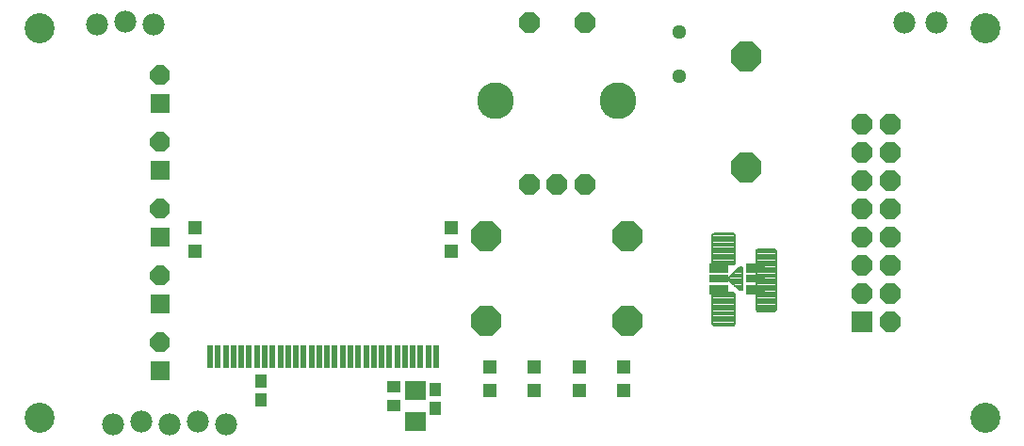
<source format=gts>
G75*
G70*
%OFA0B0*%
%FSLAX24Y24*%
%IPPOS*%
%LPD*%
%AMOC8*
5,1,8,0,0,1.08239X$1,22.5*
%
%ADD10C,0.1064*%
%ADD11C,0.0080*%
%ADD12R,0.0197X0.0827*%
%ADD13R,0.0512X0.0512*%
%ADD14R,0.0473X0.0434*%
%ADD15R,0.0749X0.0670*%
%ADD16R,0.0434X0.0473*%
%ADD17R,0.0709X0.0335*%
%ADD18R,0.0709X0.0295*%
%ADD19OC8,0.1040*%
%ADD20OC8,0.0740*%
%ADD21C,0.1300*%
%ADD22OC8,0.0700*%
%ADD23R,0.0700X0.0700*%
%ADD24C,0.0780*%
%ADD25R,0.0740X0.0740*%
%ADD26C,0.0512*%
D10*
X008827Y006622D03*
X008827Y020401D03*
X042292Y020401D03*
X042292Y006622D03*
D11*
X034893Y010437D02*
X034843Y010387D01*
X034243Y010387D01*
X034193Y010437D01*
X034193Y010987D01*
X034193Y012087D01*
X034193Y012537D01*
X034243Y012587D01*
X034843Y012587D01*
X034893Y012537D01*
X034893Y010437D01*
X034881Y010426D02*
X034204Y010426D01*
X034193Y010504D02*
X034893Y010504D01*
X034893Y010583D02*
X034193Y010583D01*
X034193Y010661D02*
X034893Y010661D01*
X034893Y010740D02*
X034193Y010740D01*
X034193Y010818D02*
X034893Y010818D01*
X034893Y010897D02*
X034193Y010897D01*
X034193Y010975D02*
X034893Y010975D01*
X034893Y011054D02*
X034193Y011054D01*
X034193Y011132D02*
X034893Y011132D01*
X034893Y011211D02*
X034193Y011211D01*
X034193Y011289D02*
X034893Y011289D01*
X034893Y011368D02*
X034193Y011368D01*
X034193Y011446D02*
X034893Y011446D01*
X034893Y011525D02*
X034193Y011525D01*
X034193Y011603D02*
X034893Y011603D01*
X034893Y011682D02*
X034193Y011682D01*
X034193Y011760D02*
X034893Y011760D01*
X034893Y011839D02*
X034193Y011839D01*
X034193Y011917D02*
X034893Y011917D01*
X034893Y011996D02*
X034193Y011996D01*
X034193Y012074D02*
X034893Y012074D01*
X034893Y012153D02*
X034193Y012153D01*
X034193Y012231D02*
X034893Y012231D01*
X034893Y012310D02*
X034193Y012310D01*
X034193Y012388D02*
X034893Y012388D01*
X034893Y012467D02*
X034193Y012467D01*
X034201Y012545D02*
X034885Y012545D01*
X033693Y011937D02*
X033693Y011137D01*
X033593Y011137D01*
X033243Y011487D01*
X033193Y011487D01*
X033193Y011587D01*
X033243Y011587D01*
X033593Y011937D01*
X033693Y011937D01*
X033693Y011917D02*
X033573Y011917D01*
X033494Y011839D02*
X033693Y011839D01*
X033693Y011760D02*
X033416Y011760D01*
X033337Y011682D02*
X033693Y011682D01*
X033693Y011603D02*
X033259Y011603D01*
X033193Y011525D02*
X033693Y011525D01*
X033693Y011446D02*
X033284Y011446D01*
X033362Y011368D02*
X033693Y011368D01*
X033693Y011289D02*
X033441Y011289D01*
X033519Y011211D02*
X033693Y011211D01*
X033443Y010987D02*
X033393Y011037D01*
X032643Y011037D01*
X032643Y010987D01*
X032643Y009937D01*
X032693Y009887D01*
X033393Y009887D01*
X033443Y009937D01*
X033443Y010987D01*
X033443Y010975D02*
X032643Y010975D01*
X032643Y010897D02*
X033443Y010897D01*
X033443Y010818D02*
X032643Y010818D01*
X032643Y010740D02*
X033443Y010740D01*
X033443Y010661D02*
X032643Y010661D01*
X032643Y010583D02*
X033443Y010583D01*
X033443Y010504D02*
X032643Y010504D01*
X032643Y010426D02*
X033443Y010426D01*
X033443Y010347D02*
X032643Y010347D01*
X032643Y010269D02*
X033443Y010269D01*
X033443Y010190D02*
X032643Y010190D01*
X032643Y010112D02*
X033443Y010112D01*
X033443Y010033D02*
X032643Y010033D01*
X032643Y009955D02*
X033443Y009955D01*
X033393Y012037D02*
X032693Y012037D01*
X032643Y012087D01*
X032643Y013087D01*
X032693Y013137D01*
X033393Y013137D01*
X033443Y013087D01*
X033443Y012087D01*
X033393Y012037D01*
X033430Y012074D02*
X032656Y012074D01*
X032643Y012153D02*
X033443Y012153D01*
X033443Y012231D02*
X032643Y012231D01*
X032643Y012310D02*
X033443Y012310D01*
X033443Y012388D02*
X032643Y012388D01*
X032643Y012467D02*
X033443Y012467D01*
X033443Y012545D02*
X032643Y012545D01*
X032643Y012624D02*
X033443Y012624D01*
X033443Y012702D02*
X032643Y012702D01*
X032643Y012781D02*
X033443Y012781D01*
X033443Y012859D02*
X032643Y012859D01*
X032643Y012938D02*
X033443Y012938D01*
X033443Y013016D02*
X032643Y013016D01*
X032650Y013095D02*
X033435Y013095D01*
D12*
X022862Y008787D03*
X022587Y008787D03*
X022311Y008787D03*
X022036Y008787D03*
X021760Y008787D03*
X021485Y008787D03*
X021209Y008787D03*
X020933Y008787D03*
X020658Y008787D03*
X020382Y008787D03*
X020107Y008787D03*
X019831Y008787D03*
X019555Y008787D03*
X019280Y008787D03*
X019004Y008787D03*
X018729Y008787D03*
X018453Y008787D03*
X018177Y008787D03*
X017902Y008787D03*
X017626Y008787D03*
X017351Y008787D03*
X017075Y008787D03*
X016799Y008787D03*
X016524Y008787D03*
X016248Y008787D03*
X015973Y008787D03*
X015697Y008787D03*
X015422Y008787D03*
X015146Y008787D03*
X014870Y008787D03*
D13*
X014339Y012507D03*
X014339Y013334D03*
X023394Y013334D03*
X023394Y012507D03*
X024772Y008413D03*
X024772Y007586D03*
X026347Y007586D03*
X026347Y008413D03*
X027922Y008413D03*
X027922Y007586D03*
X029496Y007586D03*
X029496Y008413D03*
D14*
X021371Y007722D03*
X021371Y007053D03*
D15*
X022136Y007567D03*
X022136Y006464D03*
D16*
X022843Y006953D03*
X022843Y007622D03*
X016665Y007917D03*
X016665Y007248D03*
D17*
X032859Y011158D03*
X032859Y011906D03*
X034177Y011906D03*
X034177Y011158D03*
D18*
X034177Y011532D03*
X032859Y011532D03*
D19*
X029634Y010043D03*
X029634Y013043D03*
X033827Y015478D03*
X033827Y019418D03*
X024634Y013043D03*
X024634Y010043D03*
D20*
X026150Y014889D03*
X027134Y014889D03*
X028118Y014889D03*
X037945Y015011D03*
X038945Y015011D03*
X038945Y016011D03*
X037945Y016011D03*
X037945Y017011D03*
X038945Y017011D03*
X038945Y014011D03*
X037945Y014011D03*
X037945Y013011D03*
X038945Y013011D03*
X038945Y012011D03*
X037945Y012011D03*
X037945Y011011D03*
X038945Y011011D03*
X038945Y010011D03*
X028118Y020598D03*
X026150Y020598D03*
D21*
X024969Y017842D03*
X029299Y017842D03*
D22*
X013093Y018736D03*
X013093Y016374D03*
X013093Y014011D03*
X013093Y011649D03*
X013093Y009287D03*
D23*
X013093Y008287D03*
X013093Y010649D03*
X013093Y013011D03*
X013093Y015374D03*
X013093Y017736D03*
D24*
X012876Y020548D03*
X011876Y020648D03*
X010876Y020548D03*
X012435Y006475D03*
X011435Y006375D03*
X013435Y006375D03*
X014435Y006475D03*
X015435Y006375D03*
X039429Y020598D03*
X040569Y020598D03*
D25*
X037945Y010011D03*
D26*
X031465Y018713D03*
X031465Y020287D03*
M02*

</source>
